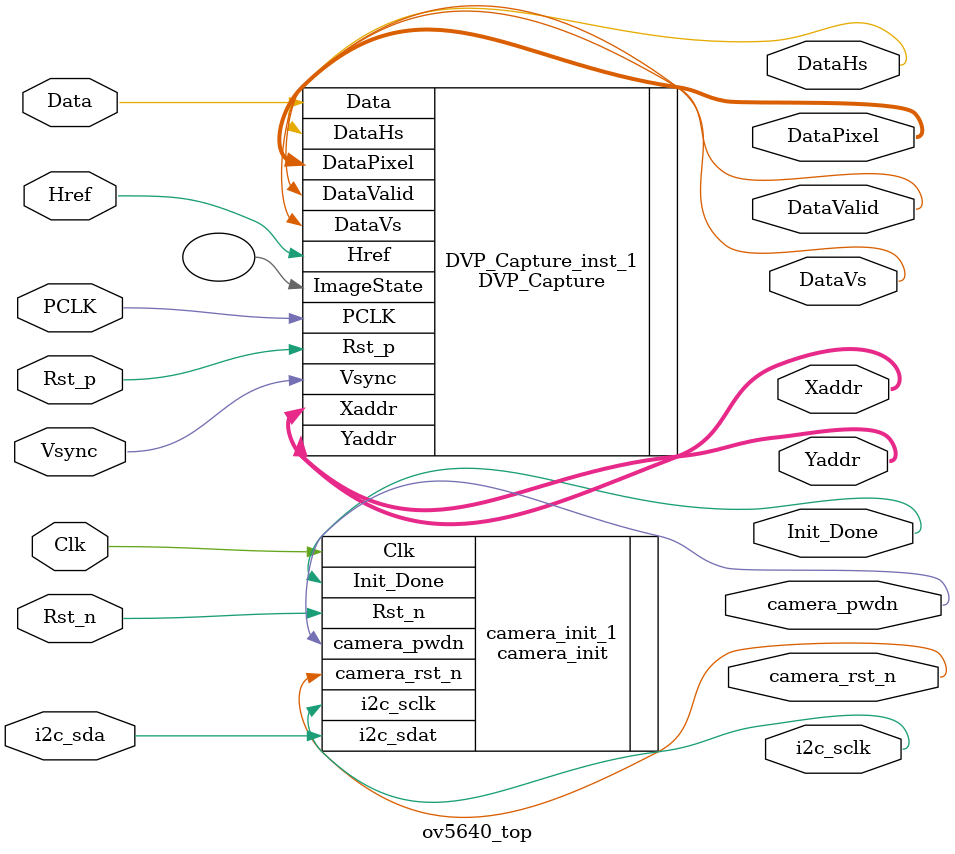
<source format=v>
`timescale 1 ps/ 1 ps


module ov5640_top #(
  parameter CAMERA_TYPE     = "ov5640", //"ov5640" or "ov7725"
  parameter IMAGE_TYPE      = 0,        //0:RGB 1:JPEG
  parameter IMAGE_WIDTH     = 1280,
  parameter IMAGE_HEIGHT    = 720,
  parameter IMAGE_FLIP_EN   = 1,
  parameter IMAGE_MIRROR_EN = 0
)
(
  input      Clk,
  input      Rst_n,
  input		 Rst_p,
  input		 PCLK,
  input		 Vsync,
  input		 Href,
  input		 Data,

  output 	 Init_Done,
  output     camera_rst_n,
  output     camera_pwdn,

  output     i2c_sclk,
  inout      i2c_sda,
  
  output DataValid,
  output [15:0] DataPixel,
  output DataHs,
  output DataVs,
  output [11:0] Xaddr,
  output [11:0] Yaddr
);

  camera_init
  #(
    .CAMERA_TYPE  ( CAMERA_TYPE    ),//"ov5640" or "ov7725"
    .IMAGE_TYPE  ( IMAGE_TYPE   ),// 0: RGB; 1: JPEG
    .IMAGE_WIDTH ( IMAGE_WIDTH  ),// Í¼Æ¬¿í¶È
    .IMAGE_HEIGHT( IMAGE_HEIGHT ),// Í¼Æ¬¸ß¶È
    .IMAGE_FLIP_EN  ( IMAGE_FLIP_EN),// 1: ²»·­×ª£¬0: ÉÏÏÂ·­×ª
    .IMAGE_MIRROR_EN( IMAGE_MIRROR_EN ) // 0: ²»¾µÏñ£¬1: ×óÓÒ¾µÏñ
  )camera_init_1
  (
    .Clk         (Clk       ),
    .Rst_n       (Rst_n          ),
    .Init_Done   (Init_Done ),
    .camera_rst_n(camera_rst_n),
    .camera_pwdn (camera_pwdn),
    .i2c_sclk    (i2c_sclk      ),
    .i2c_sdat    (i2c_sda      )
  );
  
    DVP_Capture DVP_Capture_inst_1(
    .Rst_p      (Rst_p          ),//input
    .PCLK       (PCLK      ),//input
    .Vsync      (Vsync     ),//input
    .Href       (Href      ),//input
    .Data       (Data      ),//input     [7:0]

    .ImageState (			),//output reg
    .DataValid  (DataValid ),//output
    .DataPixel  (DataPixel       ),//output    [15:0]
    .DataHs     (DataHs    ),//output
    .DataVs     (DataVs    ),//output
    .Xaddr      (Xaddr ),//output    [11:0]
    .Yaddr      (Yaddr ) //output    [11:0]
  );
endmodule
</source>
